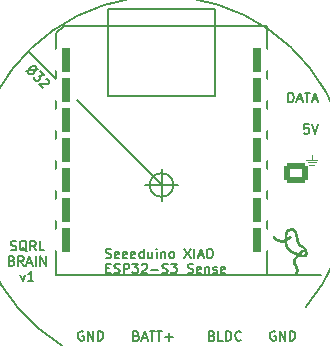
<source format=gto>
G04 #@! TF.GenerationSoftware,KiCad,Pcbnew,7.0.7*
G04 #@! TF.CreationDate,2024-01-02T23:05:42-05:00*
G04 #@! TF.ProjectId,squirrelbrain,73717569-7272-4656-9c62-7261696e2e6b,1*
G04 #@! TF.SameCoordinates,Original*
G04 #@! TF.FileFunction,Legend,Top*
G04 #@! TF.FilePolarity,Positive*
%FSLAX46Y46*%
G04 Gerber Fmt 4.6, Leading zero omitted, Abs format (unit mm)*
G04 Created by KiCad (PCBNEW 7.0.7) date 2024-01-02 23:05:42*
%MOMM*%
%LPD*%
G01*
G04 APERTURE LIST*
G04 Aperture macros list*
%AMRoundRect*
0 Rectangle with rounded corners*
0 $1 Rounding radius*
0 $2 $3 $4 $5 $6 $7 $8 $9 X,Y pos of 4 corners*
0 Add a 4 corners polygon primitive as box body*
4,1,4,$2,$3,$4,$5,$6,$7,$8,$9,$2,$3,0*
0 Add four circle primitives for the rounded corners*
1,1,$1+$1,$2,$3*
1,1,$1+$1,$4,$5*
1,1,$1+$1,$6,$7*
1,1,$1+$1,$8,$9*
0 Add four rect primitives between the rounded corners*
20,1,$1+$1,$2,$3,$4,$5,0*
20,1,$1+$1,$4,$5,$6,$7,0*
20,1,$1+$1,$6,$7,$8,$9,0*
20,1,$1+$1,$8,$9,$2,$3,0*%
G04 Aperture macros list end*
%ADD10C,0.150000*%
%ADD11C,0.127000*%
%ADD12O,1.700000X1.700000*%
%ADD13R,1.700000X1.700000*%
%ADD14RoundRect,1.000000X-0.375000X0.000000X0.375000X0.000000X0.375000X0.000000X-0.375000X0.000000X0*%
%ADD15R,3.800000X3.800000*%
%ADD16C,3.800000*%
%ADD17RoundRect,0.250000X0.725000X-0.600000X0.725000X0.600000X-0.725000X0.600000X-0.725000X-0.600000X0*%
%ADD18O,1.950000X1.700000*%
G04 APERTURE END LIST*
D10*
X58902500Y-57650000D02*
X63525000Y-57650000D01*
X48637500Y-50000001D02*
X51362500Y-50000001D01*
X50000000Y-48625000D02*
X50000000Y-51350000D01*
X51000000Y-50000001D02*
G75*
G03*
X51000000Y-50000001I-1000000J0D01*
G01*
X38725000Y-38675000D02*
X50000000Y-50000001D01*
X62200000Y-60350000D02*
G75*
G03*
X41574640Y-63600581I-12200000J10349999D01*
G01*
X39517181Y-40211322D02*
X38520497Y-40346009D01*
X38682121Y-40507633D02*
X38655184Y-40426821D01*
X38655184Y-40426821D02*
X38655184Y-40319072D01*
X38655184Y-40319072D02*
X38735996Y-40184385D01*
X38735996Y-40184385D02*
X38924558Y-39995823D01*
X38924558Y-39995823D02*
X39059245Y-39915011D01*
X39059245Y-39915011D02*
X39166995Y-39915011D01*
X39166995Y-39915011D02*
X39247807Y-39941948D01*
X39247807Y-39941948D02*
X39355557Y-40049698D01*
X39355557Y-40049698D02*
X39382494Y-40130510D01*
X39382494Y-40130510D02*
X39382494Y-40238259D01*
X39382494Y-40238259D02*
X39301682Y-40372946D01*
X39301682Y-40372946D02*
X39113120Y-40561508D01*
X39113120Y-40561508D02*
X38978433Y-40642320D01*
X38978433Y-40642320D02*
X38870683Y-40642320D01*
X38870683Y-40642320D02*
X38789871Y-40615383D01*
X38789871Y-40615383D02*
X38682121Y-40507633D01*
X39678805Y-40372946D02*
X40028991Y-40723132D01*
X40028991Y-40723132D02*
X39624930Y-40750070D01*
X39624930Y-40750070D02*
X39705743Y-40830882D01*
X39705743Y-40830882D02*
X39732680Y-40911694D01*
X39732680Y-40911694D02*
X39732680Y-40965569D01*
X39732680Y-40965569D02*
X39705743Y-41046381D01*
X39705743Y-41046381D02*
X39571056Y-41181068D01*
X39571056Y-41181068D02*
X39490243Y-41208006D01*
X39490243Y-41208006D02*
X39436369Y-41208006D01*
X39436369Y-41208006D02*
X39355556Y-41181068D01*
X39355556Y-41181068D02*
X39193932Y-41019444D01*
X39193932Y-41019444D02*
X39166995Y-40938632D01*
X39166995Y-40938632D02*
X39166995Y-40884757D01*
X40190616Y-40992507D02*
X40244491Y-40992507D01*
X40244491Y-40992507D02*
X40325303Y-41019444D01*
X40325303Y-41019444D02*
X40459990Y-41154131D01*
X40459990Y-41154131D02*
X40486927Y-41234943D01*
X40486927Y-41234943D02*
X40486927Y-41288818D01*
X40486927Y-41288818D02*
X40459990Y-41369630D01*
X40459990Y-41369630D02*
X40406115Y-41423505D01*
X40406115Y-41423505D02*
X40298366Y-41477380D01*
X40298366Y-41477380D02*
X39651868Y-41477380D01*
X39651868Y-41477380D02*
X40002054Y-41827566D01*
X37253571Y-55505200D02*
X37367857Y-55543295D01*
X37367857Y-55543295D02*
X37558333Y-55543295D01*
X37558333Y-55543295D02*
X37634524Y-55505200D01*
X37634524Y-55505200D02*
X37672619Y-55467104D01*
X37672619Y-55467104D02*
X37710714Y-55390914D01*
X37710714Y-55390914D02*
X37710714Y-55314723D01*
X37710714Y-55314723D02*
X37672619Y-55238533D01*
X37672619Y-55238533D02*
X37634524Y-55200438D01*
X37634524Y-55200438D02*
X37558333Y-55162342D01*
X37558333Y-55162342D02*
X37405952Y-55124247D01*
X37405952Y-55124247D02*
X37329762Y-55086152D01*
X37329762Y-55086152D02*
X37291667Y-55048057D01*
X37291667Y-55048057D02*
X37253571Y-54971866D01*
X37253571Y-54971866D02*
X37253571Y-54895676D01*
X37253571Y-54895676D02*
X37291667Y-54819485D01*
X37291667Y-54819485D02*
X37329762Y-54781390D01*
X37329762Y-54781390D02*
X37405952Y-54743295D01*
X37405952Y-54743295D02*
X37596429Y-54743295D01*
X37596429Y-54743295D02*
X37710714Y-54781390D01*
X38586905Y-55619485D02*
X38510715Y-55581390D01*
X38510715Y-55581390D02*
X38434524Y-55505200D01*
X38434524Y-55505200D02*
X38320238Y-55390914D01*
X38320238Y-55390914D02*
X38244048Y-55352819D01*
X38244048Y-55352819D02*
X38167857Y-55352819D01*
X38205953Y-55543295D02*
X38129762Y-55505200D01*
X38129762Y-55505200D02*
X38053572Y-55429009D01*
X38053572Y-55429009D02*
X38015476Y-55276628D01*
X38015476Y-55276628D02*
X38015476Y-55009961D01*
X38015476Y-55009961D02*
X38053572Y-54857580D01*
X38053572Y-54857580D02*
X38129762Y-54781390D01*
X38129762Y-54781390D02*
X38205953Y-54743295D01*
X38205953Y-54743295D02*
X38358334Y-54743295D01*
X38358334Y-54743295D02*
X38434524Y-54781390D01*
X38434524Y-54781390D02*
X38510715Y-54857580D01*
X38510715Y-54857580D02*
X38548810Y-55009961D01*
X38548810Y-55009961D02*
X38548810Y-55276628D01*
X38548810Y-55276628D02*
X38510715Y-55429009D01*
X38510715Y-55429009D02*
X38434524Y-55505200D01*
X38434524Y-55505200D02*
X38358334Y-55543295D01*
X38358334Y-55543295D02*
X38205953Y-55543295D01*
X39348810Y-55543295D02*
X39082143Y-55162342D01*
X38891667Y-55543295D02*
X38891667Y-54743295D01*
X38891667Y-54743295D02*
X39196429Y-54743295D01*
X39196429Y-54743295D02*
X39272619Y-54781390D01*
X39272619Y-54781390D02*
X39310714Y-54819485D01*
X39310714Y-54819485D02*
X39348810Y-54895676D01*
X39348810Y-54895676D02*
X39348810Y-55009961D01*
X39348810Y-55009961D02*
X39310714Y-55086152D01*
X39310714Y-55086152D02*
X39272619Y-55124247D01*
X39272619Y-55124247D02*
X39196429Y-55162342D01*
X39196429Y-55162342D02*
X38891667Y-55162342D01*
X40072619Y-55543295D02*
X39691667Y-55543295D01*
X39691667Y-55543295D02*
X39691667Y-54743295D01*
X37329762Y-56412247D02*
X37444048Y-56450342D01*
X37444048Y-56450342D02*
X37482143Y-56488438D01*
X37482143Y-56488438D02*
X37520239Y-56564628D01*
X37520239Y-56564628D02*
X37520239Y-56678914D01*
X37520239Y-56678914D02*
X37482143Y-56755104D01*
X37482143Y-56755104D02*
X37444048Y-56793200D01*
X37444048Y-56793200D02*
X37367858Y-56831295D01*
X37367858Y-56831295D02*
X37063096Y-56831295D01*
X37063096Y-56831295D02*
X37063096Y-56031295D01*
X37063096Y-56031295D02*
X37329762Y-56031295D01*
X37329762Y-56031295D02*
X37405953Y-56069390D01*
X37405953Y-56069390D02*
X37444048Y-56107485D01*
X37444048Y-56107485D02*
X37482143Y-56183676D01*
X37482143Y-56183676D02*
X37482143Y-56259866D01*
X37482143Y-56259866D02*
X37444048Y-56336057D01*
X37444048Y-56336057D02*
X37405953Y-56374152D01*
X37405953Y-56374152D02*
X37329762Y-56412247D01*
X37329762Y-56412247D02*
X37063096Y-56412247D01*
X38320239Y-56831295D02*
X38053572Y-56450342D01*
X37863096Y-56831295D02*
X37863096Y-56031295D01*
X37863096Y-56031295D02*
X38167858Y-56031295D01*
X38167858Y-56031295D02*
X38244048Y-56069390D01*
X38244048Y-56069390D02*
X38282143Y-56107485D01*
X38282143Y-56107485D02*
X38320239Y-56183676D01*
X38320239Y-56183676D02*
X38320239Y-56297961D01*
X38320239Y-56297961D02*
X38282143Y-56374152D01*
X38282143Y-56374152D02*
X38244048Y-56412247D01*
X38244048Y-56412247D02*
X38167858Y-56450342D01*
X38167858Y-56450342D02*
X37863096Y-56450342D01*
X38625000Y-56602723D02*
X39005953Y-56602723D01*
X38548810Y-56831295D02*
X38815477Y-56031295D01*
X38815477Y-56031295D02*
X39082143Y-56831295D01*
X39348810Y-56831295D02*
X39348810Y-56031295D01*
X39729762Y-56831295D02*
X39729762Y-56031295D01*
X39729762Y-56031295D02*
X40186905Y-56831295D01*
X40186905Y-56831295D02*
X40186905Y-56031295D01*
X38053571Y-57585961D02*
X38244047Y-58119295D01*
X38244047Y-58119295D02*
X38434524Y-57585961D01*
X39158333Y-58119295D02*
X38701190Y-58119295D01*
X38929762Y-58119295D02*
X38929762Y-57319295D01*
X38929762Y-57319295D02*
X38853571Y-57433580D01*
X38853571Y-57433580D02*
X38777381Y-57509771D01*
X38777381Y-57509771D02*
X38701190Y-57547866D01*
X43383207Y-62407390D02*
X43307017Y-62369295D01*
X43307017Y-62369295D02*
X43192731Y-62369295D01*
X43192731Y-62369295D02*
X43078445Y-62407390D01*
X43078445Y-62407390D02*
X43002255Y-62483580D01*
X43002255Y-62483580D02*
X42964160Y-62559771D01*
X42964160Y-62559771D02*
X42926064Y-62712152D01*
X42926064Y-62712152D02*
X42926064Y-62826438D01*
X42926064Y-62826438D02*
X42964160Y-62978819D01*
X42964160Y-62978819D02*
X43002255Y-63055009D01*
X43002255Y-63055009D02*
X43078445Y-63131200D01*
X43078445Y-63131200D02*
X43192731Y-63169295D01*
X43192731Y-63169295D02*
X43268922Y-63169295D01*
X43268922Y-63169295D02*
X43383207Y-63131200D01*
X43383207Y-63131200D02*
X43421303Y-63093104D01*
X43421303Y-63093104D02*
X43421303Y-62826438D01*
X43421303Y-62826438D02*
X43268922Y-62826438D01*
X43764160Y-63169295D02*
X43764160Y-62369295D01*
X43764160Y-62369295D02*
X44221303Y-63169295D01*
X44221303Y-63169295D02*
X44221303Y-62369295D01*
X44602255Y-63169295D02*
X44602255Y-62369295D01*
X44602255Y-62369295D02*
X44792731Y-62369295D01*
X44792731Y-62369295D02*
X44907017Y-62407390D01*
X44907017Y-62407390D02*
X44983207Y-62483580D01*
X44983207Y-62483580D02*
X45021302Y-62559771D01*
X45021302Y-62559771D02*
X45059398Y-62712152D01*
X45059398Y-62712152D02*
X45059398Y-62826438D01*
X45059398Y-62826438D02*
X45021302Y-62978819D01*
X45021302Y-62978819D02*
X44983207Y-63055009D01*
X44983207Y-63055009D02*
X44907017Y-63131200D01*
X44907017Y-63131200D02*
X44792731Y-63169295D01*
X44792731Y-63169295D02*
X44602255Y-63169295D01*
X54280826Y-62750247D02*
X54395112Y-62788342D01*
X54395112Y-62788342D02*
X54433207Y-62826438D01*
X54433207Y-62826438D02*
X54471303Y-62902628D01*
X54471303Y-62902628D02*
X54471303Y-63016914D01*
X54471303Y-63016914D02*
X54433207Y-63093104D01*
X54433207Y-63093104D02*
X54395112Y-63131200D01*
X54395112Y-63131200D02*
X54318922Y-63169295D01*
X54318922Y-63169295D02*
X54014160Y-63169295D01*
X54014160Y-63169295D02*
X54014160Y-62369295D01*
X54014160Y-62369295D02*
X54280826Y-62369295D01*
X54280826Y-62369295D02*
X54357017Y-62407390D01*
X54357017Y-62407390D02*
X54395112Y-62445485D01*
X54395112Y-62445485D02*
X54433207Y-62521676D01*
X54433207Y-62521676D02*
X54433207Y-62597866D01*
X54433207Y-62597866D02*
X54395112Y-62674057D01*
X54395112Y-62674057D02*
X54357017Y-62712152D01*
X54357017Y-62712152D02*
X54280826Y-62750247D01*
X54280826Y-62750247D02*
X54014160Y-62750247D01*
X55195112Y-63169295D02*
X54814160Y-63169295D01*
X54814160Y-63169295D02*
X54814160Y-62369295D01*
X55461779Y-63169295D02*
X55461779Y-62369295D01*
X55461779Y-62369295D02*
X55652255Y-62369295D01*
X55652255Y-62369295D02*
X55766541Y-62407390D01*
X55766541Y-62407390D02*
X55842731Y-62483580D01*
X55842731Y-62483580D02*
X55880826Y-62559771D01*
X55880826Y-62559771D02*
X55918922Y-62712152D01*
X55918922Y-62712152D02*
X55918922Y-62826438D01*
X55918922Y-62826438D02*
X55880826Y-62978819D01*
X55880826Y-62978819D02*
X55842731Y-63055009D01*
X55842731Y-63055009D02*
X55766541Y-63131200D01*
X55766541Y-63131200D02*
X55652255Y-63169295D01*
X55652255Y-63169295D02*
X55461779Y-63169295D01*
X56718922Y-63093104D02*
X56680826Y-63131200D01*
X56680826Y-63131200D02*
X56566541Y-63169295D01*
X56566541Y-63169295D02*
X56490350Y-63169295D01*
X56490350Y-63169295D02*
X56376064Y-63131200D01*
X56376064Y-63131200D02*
X56299874Y-63055009D01*
X56299874Y-63055009D02*
X56261779Y-62978819D01*
X56261779Y-62978819D02*
X56223683Y-62826438D01*
X56223683Y-62826438D02*
X56223683Y-62712152D01*
X56223683Y-62712152D02*
X56261779Y-62559771D01*
X56261779Y-62559771D02*
X56299874Y-62483580D01*
X56299874Y-62483580D02*
X56376064Y-62407390D01*
X56376064Y-62407390D02*
X56490350Y-62369295D01*
X56490350Y-62369295D02*
X56566541Y-62369295D01*
X56566541Y-62369295D02*
X56680826Y-62407390D01*
X56680826Y-62407390D02*
X56718922Y-62445485D01*
X47880826Y-62750247D02*
X47995112Y-62788342D01*
X47995112Y-62788342D02*
X48033207Y-62826438D01*
X48033207Y-62826438D02*
X48071303Y-62902628D01*
X48071303Y-62902628D02*
X48071303Y-63016914D01*
X48071303Y-63016914D02*
X48033207Y-63093104D01*
X48033207Y-63093104D02*
X47995112Y-63131200D01*
X47995112Y-63131200D02*
X47918922Y-63169295D01*
X47918922Y-63169295D02*
X47614160Y-63169295D01*
X47614160Y-63169295D02*
X47614160Y-62369295D01*
X47614160Y-62369295D02*
X47880826Y-62369295D01*
X47880826Y-62369295D02*
X47957017Y-62407390D01*
X47957017Y-62407390D02*
X47995112Y-62445485D01*
X47995112Y-62445485D02*
X48033207Y-62521676D01*
X48033207Y-62521676D02*
X48033207Y-62597866D01*
X48033207Y-62597866D02*
X47995112Y-62674057D01*
X47995112Y-62674057D02*
X47957017Y-62712152D01*
X47957017Y-62712152D02*
X47880826Y-62750247D01*
X47880826Y-62750247D02*
X47614160Y-62750247D01*
X48376064Y-62940723D02*
X48757017Y-62940723D01*
X48299874Y-63169295D02*
X48566541Y-62369295D01*
X48566541Y-62369295D02*
X48833207Y-63169295D01*
X48985588Y-62369295D02*
X49442731Y-62369295D01*
X49214159Y-63169295D02*
X49214159Y-62369295D01*
X49595112Y-62369295D02*
X50052255Y-62369295D01*
X49823683Y-63169295D02*
X49823683Y-62369295D01*
X50318922Y-62864533D02*
X50928446Y-62864533D01*
X50623684Y-63169295D02*
X50623684Y-62559771D01*
X59633207Y-62407390D02*
X59557017Y-62369295D01*
X59557017Y-62369295D02*
X59442731Y-62369295D01*
X59442731Y-62369295D02*
X59328445Y-62407390D01*
X59328445Y-62407390D02*
X59252255Y-62483580D01*
X59252255Y-62483580D02*
X59214160Y-62559771D01*
X59214160Y-62559771D02*
X59176064Y-62712152D01*
X59176064Y-62712152D02*
X59176064Y-62826438D01*
X59176064Y-62826438D02*
X59214160Y-62978819D01*
X59214160Y-62978819D02*
X59252255Y-63055009D01*
X59252255Y-63055009D02*
X59328445Y-63131200D01*
X59328445Y-63131200D02*
X59442731Y-63169295D01*
X59442731Y-63169295D02*
X59518922Y-63169295D01*
X59518922Y-63169295D02*
X59633207Y-63131200D01*
X59633207Y-63131200D02*
X59671303Y-63093104D01*
X59671303Y-63093104D02*
X59671303Y-62826438D01*
X59671303Y-62826438D02*
X59518922Y-62826438D01*
X60014160Y-63169295D02*
X60014160Y-62369295D01*
X60014160Y-62369295D02*
X60471303Y-63169295D01*
X60471303Y-63169295D02*
X60471303Y-62369295D01*
X60852255Y-63169295D02*
X60852255Y-62369295D01*
X60852255Y-62369295D02*
X61042731Y-62369295D01*
X61042731Y-62369295D02*
X61157017Y-62407390D01*
X61157017Y-62407390D02*
X61233207Y-62483580D01*
X61233207Y-62483580D02*
X61271302Y-62559771D01*
X61271302Y-62559771D02*
X61309398Y-62712152D01*
X61309398Y-62712152D02*
X61309398Y-62826438D01*
X61309398Y-62826438D02*
X61271302Y-62978819D01*
X61271302Y-62978819D02*
X61233207Y-63055009D01*
X61233207Y-63055009D02*
X61157017Y-63131200D01*
X61157017Y-63131200D02*
X61042731Y-63169295D01*
X61042731Y-63169295D02*
X60852255Y-63169295D01*
X62445112Y-44844295D02*
X62064160Y-44844295D01*
X62064160Y-44844295D02*
X62026064Y-45225247D01*
X62026064Y-45225247D02*
X62064160Y-45187152D01*
X62064160Y-45187152D02*
X62140350Y-45149057D01*
X62140350Y-45149057D02*
X62330826Y-45149057D01*
X62330826Y-45149057D02*
X62407017Y-45187152D01*
X62407017Y-45187152D02*
X62445112Y-45225247D01*
X62445112Y-45225247D02*
X62483207Y-45301438D01*
X62483207Y-45301438D02*
X62483207Y-45491914D01*
X62483207Y-45491914D02*
X62445112Y-45568104D01*
X62445112Y-45568104D02*
X62407017Y-45606200D01*
X62407017Y-45606200D02*
X62330826Y-45644295D01*
X62330826Y-45644295D02*
X62140350Y-45644295D01*
X62140350Y-45644295D02*
X62064160Y-45606200D01*
X62064160Y-45606200D02*
X62026064Y-45568104D01*
X62711779Y-44844295D02*
X62978446Y-45644295D01*
X62978446Y-45644295D02*
X63245112Y-44844295D01*
X60739160Y-42969295D02*
X60739160Y-42169295D01*
X60739160Y-42169295D02*
X60929636Y-42169295D01*
X60929636Y-42169295D02*
X61043922Y-42207390D01*
X61043922Y-42207390D02*
X61120112Y-42283580D01*
X61120112Y-42283580D02*
X61158207Y-42359771D01*
X61158207Y-42359771D02*
X61196303Y-42512152D01*
X61196303Y-42512152D02*
X61196303Y-42626438D01*
X61196303Y-42626438D02*
X61158207Y-42778819D01*
X61158207Y-42778819D02*
X61120112Y-42855009D01*
X61120112Y-42855009D02*
X61043922Y-42931200D01*
X61043922Y-42931200D02*
X60929636Y-42969295D01*
X60929636Y-42969295D02*
X60739160Y-42969295D01*
X61501064Y-42740723D02*
X61882017Y-42740723D01*
X61424874Y-42969295D02*
X61691541Y-42169295D01*
X61691541Y-42169295D02*
X61958207Y-42969295D01*
X62110588Y-42169295D02*
X62567731Y-42169295D01*
X62339159Y-42969295D02*
X62339159Y-42169295D01*
X62796302Y-42740723D02*
X63177255Y-42740723D01*
X62720112Y-42969295D02*
X62986779Y-42169295D01*
X62986779Y-42169295D02*
X63253445Y-42969295D01*
X45276064Y-56143200D02*
X45390350Y-56181295D01*
X45390350Y-56181295D02*
X45580826Y-56181295D01*
X45580826Y-56181295D02*
X45657017Y-56143200D01*
X45657017Y-56143200D02*
X45695112Y-56105104D01*
X45695112Y-56105104D02*
X45733207Y-56028914D01*
X45733207Y-56028914D02*
X45733207Y-55952723D01*
X45733207Y-55952723D02*
X45695112Y-55876533D01*
X45695112Y-55876533D02*
X45657017Y-55838438D01*
X45657017Y-55838438D02*
X45580826Y-55800342D01*
X45580826Y-55800342D02*
X45428445Y-55762247D01*
X45428445Y-55762247D02*
X45352255Y-55724152D01*
X45352255Y-55724152D02*
X45314160Y-55686057D01*
X45314160Y-55686057D02*
X45276064Y-55609866D01*
X45276064Y-55609866D02*
X45276064Y-55533676D01*
X45276064Y-55533676D02*
X45314160Y-55457485D01*
X45314160Y-55457485D02*
X45352255Y-55419390D01*
X45352255Y-55419390D02*
X45428445Y-55381295D01*
X45428445Y-55381295D02*
X45618922Y-55381295D01*
X45618922Y-55381295D02*
X45733207Y-55419390D01*
X46380827Y-56143200D02*
X46304636Y-56181295D01*
X46304636Y-56181295D02*
X46152255Y-56181295D01*
X46152255Y-56181295D02*
X46076065Y-56143200D01*
X46076065Y-56143200D02*
X46037969Y-56067009D01*
X46037969Y-56067009D02*
X46037969Y-55762247D01*
X46037969Y-55762247D02*
X46076065Y-55686057D01*
X46076065Y-55686057D02*
X46152255Y-55647961D01*
X46152255Y-55647961D02*
X46304636Y-55647961D01*
X46304636Y-55647961D02*
X46380827Y-55686057D01*
X46380827Y-55686057D02*
X46418922Y-55762247D01*
X46418922Y-55762247D02*
X46418922Y-55838438D01*
X46418922Y-55838438D02*
X46037969Y-55914628D01*
X47066541Y-56143200D02*
X46990350Y-56181295D01*
X46990350Y-56181295D02*
X46837969Y-56181295D01*
X46837969Y-56181295D02*
X46761779Y-56143200D01*
X46761779Y-56143200D02*
X46723683Y-56067009D01*
X46723683Y-56067009D02*
X46723683Y-55762247D01*
X46723683Y-55762247D02*
X46761779Y-55686057D01*
X46761779Y-55686057D02*
X46837969Y-55647961D01*
X46837969Y-55647961D02*
X46990350Y-55647961D01*
X46990350Y-55647961D02*
X47066541Y-55686057D01*
X47066541Y-55686057D02*
X47104636Y-55762247D01*
X47104636Y-55762247D02*
X47104636Y-55838438D01*
X47104636Y-55838438D02*
X46723683Y-55914628D01*
X47752255Y-56143200D02*
X47676064Y-56181295D01*
X47676064Y-56181295D02*
X47523683Y-56181295D01*
X47523683Y-56181295D02*
X47447493Y-56143200D01*
X47447493Y-56143200D02*
X47409397Y-56067009D01*
X47409397Y-56067009D02*
X47409397Y-55762247D01*
X47409397Y-55762247D02*
X47447493Y-55686057D01*
X47447493Y-55686057D02*
X47523683Y-55647961D01*
X47523683Y-55647961D02*
X47676064Y-55647961D01*
X47676064Y-55647961D02*
X47752255Y-55686057D01*
X47752255Y-55686057D02*
X47790350Y-55762247D01*
X47790350Y-55762247D02*
X47790350Y-55838438D01*
X47790350Y-55838438D02*
X47409397Y-55914628D01*
X48476064Y-56181295D02*
X48476064Y-55381295D01*
X48476064Y-56143200D02*
X48399873Y-56181295D01*
X48399873Y-56181295D02*
X48247492Y-56181295D01*
X48247492Y-56181295D02*
X48171302Y-56143200D01*
X48171302Y-56143200D02*
X48133207Y-56105104D01*
X48133207Y-56105104D02*
X48095111Y-56028914D01*
X48095111Y-56028914D02*
X48095111Y-55800342D01*
X48095111Y-55800342D02*
X48133207Y-55724152D01*
X48133207Y-55724152D02*
X48171302Y-55686057D01*
X48171302Y-55686057D02*
X48247492Y-55647961D01*
X48247492Y-55647961D02*
X48399873Y-55647961D01*
X48399873Y-55647961D02*
X48476064Y-55686057D01*
X49199874Y-55647961D02*
X49199874Y-56181295D01*
X48857017Y-55647961D02*
X48857017Y-56067009D01*
X48857017Y-56067009D02*
X48895112Y-56143200D01*
X48895112Y-56143200D02*
X48971302Y-56181295D01*
X48971302Y-56181295D02*
X49085588Y-56181295D01*
X49085588Y-56181295D02*
X49161779Y-56143200D01*
X49161779Y-56143200D02*
X49199874Y-56105104D01*
X49580827Y-56181295D02*
X49580827Y-55647961D01*
X49580827Y-55381295D02*
X49542731Y-55419390D01*
X49542731Y-55419390D02*
X49580827Y-55457485D01*
X49580827Y-55457485D02*
X49618922Y-55419390D01*
X49618922Y-55419390D02*
X49580827Y-55381295D01*
X49580827Y-55381295D02*
X49580827Y-55457485D01*
X49961779Y-55647961D02*
X49961779Y-56181295D01*
X49961779Y-55724152D02*
X49999874Y-55686057D01*
X49999874Y-55686057D02*
X50076064Y-55647961D01*
X50076064Y-55647961D02*
X50190350Y-55647961D01*
X50190350Y-55647961D02*
X50266541Y-55686057D01*
X50266541Y-55686057D02*
X50304636Y-55762247D01*
X50304636Y-55762247D02*
X50304636Y-56181295D01*
X50799874Y-56181295D02*
X50723684Y-56143200D01*
X50723684Y-56143200D02*
X50685589Y-56105104D01*
X50685589Y-56105104D02*
X50647493Y-56028914D01*
X50647493Y-56028914D02*
X50647493Y-55800342D01*
X50647493Y-55800342D02*
X50685589Y-55724152D01*
X50685589Y-55724152D02*
X50723684Y-55686057D01*
X50723684Y-55686057D02*
X50799874Y-55647961D01*
X50799874Y-55647961D02*
X50914160Y-55647961D01*
X50914160Y-55647961D02*
X50990351Y-55686057D01*
X50990351Y-55686057D02*
X51028446Y-55724152D01*
X51028446Y-55724152D02*
X51066541Y-55800342D01*
X51066541Y-55800342D02*
X51066541Y-56028914D01*
X51066541Y-56028914D02*
X51028446Y-56105104D01*
X51028446Y-56105104D02*
X50990351Y-56143200D01*
X50990351Y-56143200D02*
X50914160Y-56181295D01*
X50914160Y-56181295D02*
X50799874Y-56181295D01*
X51942732Y-55381295D02*
X52476066Y-56181295D01*
X52476066Y-55381295D02*
X51942732Y-56181295D01*
X52780828Y-56181295D02*
X52780828Y-55381295D01*
X53123684Y-55952723D02*
X53504637Y-55952723D01*
X53047494Y-56181295D02*
X53314161Y-55381295D01*
X53314161Y-55381295D02*
X53580827Y-56181295D01*
X53999875Y-55381295D02*
X54152256Y-55381295D01*
X54152256Y-55381295D02*
X54228446Y-55419390D01*
X54228446Y-55419390D02*
X54304637Y-55495580D01*
X54304637Y-55495580D02*
X54342732Y-55647961D01*
X54342732Y-55647961D02*
X54342732Y-55914628D01*
X54342732Y-55914628D02*
X54304637Y-56067009D01*
X54304637Y-56067009D02*
X54228446Y-56143200D01*
X54228446Y-56143200D02*
X54152256Y-56181295D01*
X54152256Y-56181295D02*
X53999875Y-56181295D01*
X53999875Y-56181295D02*
X53923684Y-56143200D01*
X53923684Y-56143200D02*
X53847494Y-56067009D01*
X53847494Y-56067009D02*
X53809398Y-55914628D01*
X53809398Y-55914628D02*
X53809398Y-55647961D01*
X53809398Y-55647961D02*
X53847494Y-55495580D01*
X53847494Y-55495580D02*
X53923684Y-55419390D01*
X53923684Y-55419390D02*
X53999875Y-55381295D01*
X45314160Y-57050247D02*
X45580826Y-57050247D01*
X45695112Y-57469295D02*
X45314160Y-57469295D01*
X45314160Y-57469295D02*
X45314160Y-56669295D01*
X45314160Y-56669295D02*
X45695112Y-56669295D01*
X45999874Y-57431200D02*
X46114160Y-57469295D01*
X46114160Y-57469295D02*
X46304636Y-57469295D01*
X46304636Y-57469295D02*
X46380827Y-57431200D01*
X46380827Y-57431200D02*
X46418922Y-57393104D01*
X46418922Y-57393104D02*
X46457017Y-57316914D01*
X46457017Y-57316914D02*
X46457017Y-57240723D01*
X46457017Y-57240723D02*
X46418922Y-57164533D01*
X46418922Y-57164533D02*
X46380827Y-57126438D01*
X46380827Y-57126438D02*
X46304636Y-57088342D01*
X46304636Y-57088342D02*
X46152255Y-57050247D01*
X46152255Y-57050247D02*
X46076065Y-57012152D01*
X46076065Y-57012152D02*
X46037970Y-56974057D01*
X46037970Y-56974057D02*
X45999874Y-56897866D01*
X45999874Y-56897866D02*
X45999874Y-56821676D01*
X45999874Y-56821676D02*
X46037970Y-56745485D01*
X46037970Y-56745485D02*
X46076065Y-56707390D01*
X46076065Y-56707390D02*
X46152255Y-56669295D01*
X46152255Y-56669295D02*
X46342732Y-56669295D01*
X46342732Y-56669295D02*
X46457017Y-56707390D01*
X46799875Y-57469295D02*
X46799875Y-56669295D01*
X46799875Y-56669295D02*
X47104637Y-56669295D01*
X47104637Y-56669295D02*
X47180827Y-56707390D01*
X47180827Y-56707390D02*
X47218922Y-56745485D01*
X47218922Y-56745485D02*
X47257018Y-56821676D01*
X47257018Y-56821676D02*
X47257018Y-56935961D01*
X47257018Y-56935961D02*
X47218922Y-57012152D01*
X47218922Y-57012152D02*
X47180827Y-57050247D01*
X47180827Y-57050247D02*
X47104637Y-57088342D01*
X47104637Y-57088342D02*
X46799875Y-57088342D01*
X47523684Y-56669295D02*
X48018922Y-56669295D01*
X48018922Y-56669295D02*
X47752256Y-56974057D01*
X47752256Y-56974057D02*
X47866541Y-56974057D01*
X47866541Y-56974057D02*
X47942732Y-57012152D01*
X47942732Y-57012152D02*
X47980827Y-57050247D01*
X47980827Y-57050247D02*
X48018922Y-57126438D01*
X48018922Y-57126438D02*
X48018922Y-57316914D01*
X48018922Y-57316914D02*
X47980827Y-57393104D01*
X47980827Y-57393104D02*
X47942732Y-57431200D01*
X47942732Y-57431200D02*
X47866541Y-57469295D01*
X47866541Y-57469295D02*
X47637970Y-57469295D01*
X47637970Y-57469295D02*
X47561779Y-57431200D01*
X47561779Y-57431200D02*
X47523684Y-57393104D01*
X48323684Y-56745485D02*
X48361780Y-56707390D01*
X48361780Y-56707390D02*
X48437970Y-56669295D01*
X48437970Y-56669295D02*
X48628446Y-56669295D01*
X48628446Y-56669295D02*
X48704637Y-56707390D01*
X48704637Y-56707390D02*
X48742732Y-56745485D01*
X48742732Y-56745485D02*
X48780827Y-56821676D01*
X48780827Y-56821676D02*
X48780827Y-56897866D01*
X48780827Y-56897866D02*
X48742732Y-57012152D01*
X48742732Y-57012152D02*
X48285589Y-57469295D01*
X48285589Y-57469295D02*
X48780827Y-57469295D01*
X49123685Y-57164533D02*
X49733209Y-57164533D01*
X50076065Y-57431200D02*
X50190351Y-57469295D01*
X50190351Y-57469295D02*
X50380827Y-57469295D01*
X50380827Y-57469295D02*
X50457018Y-57431200D01*
X50457018Y-57431200D02*
X50495113Y-57393104D01*
X50495113Y-57393104D02*
X50533208Y-57316914D01*
X50533208Y-57316914D02*
X50533208Y-57240723D01*
X50533208Y-57240723D02*
X50495113Y-57164533D01*
X50495113Y-57164533D02*
X50457018Y-57126438D01*
X50457018Y-57126438D02*
X50380827Y-57088342D01*
X50380827Y-57088342D02*
X50228446Y-57050247D01*
X50228446Y-57050247D02*
X50152256Y-57012152D01*
X50152256Y-57012152D02*
X50114161Y-56974057D01*
X50114161Y-56974057D02*
X50076065Y-56897866D01*
X50076065Y-56897866D02*
X50076065Y-56821676D01*
X50076065Y-56821676D02*
X50114161Y-56745485D01*
X50114161Y-56745485D02*
X50152256Y-56707390D01*
X50152256Y-56707390D02*
X50228446Y-56669295D01*
X50228446Y-56669295D02*
X50418923Y-56669295D01*
X50418923Y-56669295D02*
X50533208Y-56707390D01*
X50799875Y-56669295D02*
X51295113Y-56669295D01*
X51295113Y-56669295D02*
X51028447Y-56974057D01*
X51028447Y-56974057D02*
X51142732Y-56974057D01*
X51142732Y-56974057D02*
X51218923Y-57012152D01*
X51218923Y-57012152D02*
X51257018Y-57050247D01*
X51257018Y-57050247D02*
X51295113Y-57126438D01*
X51295113Y-57126438D02*
X51295113Y-57316914D01*
X51295113Y-57316914D02*
X51257018Y-57393104D01*
X51257018Y-57393104D02*
X51218923Y-57431200D01*
X51218923Y-57431200D02*
X51142732Y-57469295D01*
X51142732Y-57469295D02*
X50914161Y-57469295D01*
X50914161Y-57469295D02*
X50837970Y-57431200D01*
X50837970Y-57431200D02*
X50799875Y-57393104D01*
X52209399Y-57431200D02*
X52323685Y-57469295D01*
X52323685Y-57469295D02*
X52514161Y-57469295D01*
X52514161Y-57469295D02*
X52590352Y-57431200D01*
X52590352Y-57431200D02*
X52628447Y-57393104D01*
X52628447Y-57393104D02*
X52666542Y-57316914D01*
X52666542Y-57316914D02*
X52666542Y-57240723D01*
X52666542Y-57240723D02*
X52628447Y-57164533D01*
X52628447Y-57164533D02*
X52590352Y-57126438D01*
X52590352Y-57126438D02*
X52514161Y-57088342D01*
X52514161Y-57088342D02*
X52361780Y-57050247D01*
X52361780Y-57050247D02*
X52285590Y-57012152D01*
X52285590Y-57012152D02*
X52247495Y-56974057D01*
X52247495Y-56974057D02*
X52209399Y-56897866D01*
X52209399Y-56897866D02*
X52209399Y-56821676D01*
X52209399Y-56821676D02*
X52247495Y-56745485D01*
X52247495Y-56745485D02*
X52285590Y-56707390D01*
X52285590Y-56707390D02*
X52361780Y-56669295D01*
X52361780Y-56669295D02*
X52552257Y-56669295D01*
X52552257Y-56669295D02*
X52666542Y-56707390D01*
X53314162Y-57431200D02*
X53237971Y-57469295D01*
X53237971Y-57469295D02*
X53085590Y-57469295D01*
X53085590Y-57469295D02*
X53009400Y-57431200D01*
X53009400Y-57431200D02*
X52971304Y-57355009D01*
X52971304Y-57355009D02*
X52971304Y-57050247D01*
X52971304Y-57050247D02*
X53009400Y-56974057D01*
X53009400Y-56974057D02*
X53085590Y-56935961D01*
X53085590Y-56935961D02*
X53237971Y-56935961D01*
X53237971Y-56935961D02*
X53314162Y-56974057D01*
X53314162Y-56974057D02*
X53352257Y-57050247D01*
X53352257Y-57050247D02*
X53352257Y-57126438D01*
X53352257Y-57126438D02*
X52971304Y-57202628D01*
X53695114Y-56935961D02*
X53695114Y-57469295D01*
X53695114Y-57012152D02*
X53733209Y-56974057D01*
X53733209Y-56974057D02*
X53809399Y-56935961D01*
X53809399Y-56935961D02*
X53923685Y-56935961D01*
X53923685Y-56935961D02*
X53999876Y-56974057D01*
X53999876Y-56974057D02*
X54037971Y-57050247D01*
X54037971Y-57050247D02*
X54037971Y-57469295D01*
X54380828Y-57431200D02*
X54457019Y-57469295D01*
X54457019Y-57469295D02*
X54609400Y-57469295D01*
X54609400Y-57469295D02*
X54685590Y-57431200D01*
X54685590Y-57431200D02*
X54723686Y-57355009D01*
X54723686Y-57355009D02*
X54723686Y-57316914D01*
X54723686Y-57316914D02*
X54685590Y-57240723D01*
X54685590Y-57240723D02*
X54609400Y-57202628D01*
X54609400Y-57202628D02*
X54495114Y-57202628D01*
X54495114Y-57202628D02*
X54418924Y-57164533D01*
X54418924Y-57164533D02*
X54380828Y-57088342D01*
X54380828Y-57088342D02*
X54380828Y-57050247D01*
X54380828Y-57050247D02*
X54418924Y-56974057D01*
X54418924Y-56974057D02*
X54495114Y-56935961D01*
X54495114Y-56935961D02*
X54609400Y-56935961D01*
X54609400Y-56935961D02*
X54685590Y-56974057D01*
X55371305Y-57431200D02*
X55295114Y-57469295D01*
X55295114Y-57469295D02*
X55142733Y-57469295D01*
X55142733Y-57469295D02*
X55066543Y-57431200D01*
X55066543Y-57431200D02*
X55028447Y-57355009D01*
X55028447Y-57355009D02*
X55028447Y-57050247D01*
X55028447Y-57050247D02*
X55066543Y-56974057D01*
X55066543Y-56974057D02*
X55142733Y-56935961D01*
X55142733Y-56935961D02*
X55295114Y-56935961D01*
X55295114Y-56935961D02*
X55371305Y-56974057D01*
X55371305Y-56974057D02*
X55409400Y-57050247D01*
X55409400Y-57050247D02*
X55409400Y-57126438D01*
X55409400Y-57126438D02*
X55028447Y-57202628D01*
G36*
X62730345Y-48291580D02*
G01*
X62763639Y-48291773D01*
X62814069Y-48292161D01*
X62856150Y-48292596D01*
X62890627Y-48293104D01*
X62918244Y-48293712D01*
X62939745Y-48294447D01*
X62955873Y-48295337D01*
X62967374Y-48296409D01*
X62974991Y-48297688D01*
X62979469Y-48299203D01*
X62980194Y-48299628D01*
X62994819Y-48314215D01*
X63002546Y-48332490D01*
X63003195Y-48352134D01*
X62996589Y-48370825D01*
X62986615Y-48382956D01*
X62972624Y-48395456D01*
X62753213Y-48395456D01*
X62702116Y-48395427D01*
X62659344Y-48395323D01*
X62624127Y-48395121D01*
X62595698Y-48394798D01*
X62573288Y-48394328D01*
X62556129Y-48393690D01*
X62543452Y-48392858D01*
X62534490Y-48391809D01*
X62528474Y-48390520D01*
X62524635Y-48388967D01*
X62523672Y-48388362D01*
X62510823Y-48374646D01*
X62502270Y-48356322D01*
X62499955Y-48341485D01*
X62504028Y-48325954D01*
X62514751Y-48311111D01*
X62529882Y-48299540D01*
X62540070Y-48295264D01*
X62549592Y-48293907D01*
X62567923Y-48292849D01*
X62595114Y-48292088D01*
X62631214Y-48291623D01*
X62676274Y-48291454D01*
X62730345Y-48291580D01*
G37*
G36*
X63123859Y-48090538D02*
G01*
X63132900Y-48099777D01*
X63137296Y-48108882D01*
X63138652Y-48121822D01*
X63138706Y-48127274D01*
X63137971Y-48142225D01*
X63134696Y-48152101D01*
X63127277Y-48160872D01*
X63123859Y-48164011D01*
X63109012Y-48177274D01*
X62752273Y-48177274D01*
X62395535Y-48177274D01*
X62380688Y-48164011D01*
X62368788Y-48147867D01*
X62364370Y-48129029D01*
X62367433Y-48109966D01*
X62377977Y-48093151D01*
X62380688Y-48090538D01*
X62395535Y-48077274D01*
X62752273Y-48077274D01*
X63109012Y-48077274D01*
X63123859Y-48090538D01*
G37*
G36*
X62779371Y-47412592D02*
G01*
X62793841Y-47426367D01*
X62794244Y-47426957D01*
X62804555Y-47442255D01*
X62804555Y-47650674D01*
X62804555Y-47859092D01*
X63020958Y-47859092D01*
X63237360Y-47859092D01*
X63252817Y-47874547D01*
X63263322Y-47887128D01*
X63267753Y-47899141D01*
X63268275Y-47906800D01*
X63264572Y-47927316D01*
X63254497Y-47944699D01*
X63241382Y-47955296D01*
X63234787Y-47956381D01*
X63219838Y-47957389D01*
X63197275Y-47958321D01*
X63167838Y-47959174D01*
X63132266Y-47959947D01*
X63091297Y-47960638D01*
X63045671Y-47961247D01*
X62996128Y-47961772D01*
X62943406Y-47962211D01*
X62888244Y-47962564D01*
X62831383Y-47962828D01*
X62773561Y-47963003D01*
X62715516Y-47963087D01*
X62657990Y-47963079D01*
X62601720Y-47962977D01*
X62547446Y-47962780D01*
X62495907Y-47962487D01*
X62447842Y-47962096D01*
X62403991Y-47961606D01*
X62365092Y-47961016D01*
X62331886Y-47960324D01*
X62305111Y-47959528D01*
X62285506Y-47958629D01*
X62273810Y-47957623D01*
X62271167Y-47957083D01*
X62259994Y-47952818D01*
X62253298Y-47949782D01*
X62252611Y-47949284D01*
X62241388Y-47931248D01*
X62236647Y-47914563D01*
X62236272Y-47907626D01*
X62237964Y-47894134D01*
X62244318Y-47882696D01*
X62251729Y-47874547D01*
X62267186Y-47859092D01*
X62483589Y-47859092D01*
X62699991Y-47859092D01*
X62699991Y-47650674D01*
X62699991Y-47442255D01*
X62710373Y-47426810D01*
X62724637Y-47412849D01*
X62742443Y-47405828D01*
X62761463Y-47405744D01*
X62779371Y-47412592D01*
G37*
G36*
X61087354Y-53658302D02*
G01*
X61098636Y-53659968D01*
X61115578Y-53662682D01*
X61133308Y-53665437D01*
X61146895Y-53667477D01*
X61166707Y-53671477D01*
X61185303Y-53677932D01*
X61205212Y-53687821D01*
X61216678Y-53694497D01*
X61229575Y-53701565D01*
X61246106Y-53709636D01*
X61263245Y-53717253D01*
X61267824Y-53719139D01*
X61282838Y-53725528D01*
X61296452Y-53731916D01*
X61306502Y-53737265D01*
X61309151Y-53738960D01*
X61315092Y-53744627D01*
X61324340Y-53755223D01*
X61336202Y-53769807D01*
X61349983Y-53787436D01*
X61364992Y-53807169D01*
X61380534Y-53828063D01*
X61395915Y-53849177D01*
X61410443Y-53869568D01*
X61423423Y-53888294D01*
X61434162Y-53904414D01*
X61441968Y-53916985D01*
X61446128Y-53925022D01*
X61448761Y-53931754D01*
X61453479Y-53943790D01*
X61459769Y-53959819D01*
X61467116Y-53978533D01*
X61473617Y-53995082D01*
X61481501Y-54015669D01*
X61488656Y-54035323D01*
X61494563Y-54052545D01*
X61498704Y-54065838D01*
X61500363Y-54072444D01*
X61502963Y-54084094D01*
X61505741Y-54093514D01*
X61506988Y-54096524D01*
X61509085Y-54103191D01*
X61511266Y-54114299D01*
X61512758Y-54125007D01*
X61515519Y-54139354D01*
X61520622Y-54157368D01*
X61527273Y-54176342D01*
X61529464Y-54181847D01*
X61543937Y-54219519D01*
X61555811Y-54256205D01*
X61565715Y-54294192D01*
X61574278Y-54335767D01*
X61578513Y-54360197D01*
X61582418Y-54383852D01*
X61586319Y-54407239D01*
X61589925Y-54428638D01*
X61592948Y-54446331D01*
X61594970Y-54457890D01*
X61597807Y-54475275D01*
X61600769Y-54495881D01*
X61603308Y-54515854D01*
X61603786Y-54520057D01*
X61609152Y-54567098D01*
X61614201Y-54607820D01*
X61619089Y-54642996D01*
X61623974Y-54673397D01*
X61629014Y-54699793D01*
X61634366Y-54722957D01*
X61640187Y-54743659D01*
X61646635Y-54762671D01*
X61653867Y-54780763D01*
X61659621Y-54793596D01*
X61667393Y-54810677D01*
X61675032Y-54828191D01*
X61681354Y-54843395D01*
X61683616Y-54849183D01*
X61699324Y-54886616D01*
X61715658Y-54917430D01*
X61730375Y-54938780D01*
X61739887Y-54949941D01*
X61751989Y-54963036D01*
X61765503Y-54976912D01*
X61779248Y-54990415D01*
X61792043Y-55002391D01*
X61802709Y-55011688D01*
X61810064Y-55017152D01*
X61811203Y-55017764D01*
X61825168Y-55025239D01*
X61840891Y-55035794D01*
X61859684Y-55050339D01*
X61867058Y-55056397D01*
X61891436Y-55075978D01*
X61915787Y-55094286D01*
X61938961Y-55110529D01*
X61959806Y-55123916D01*
X61977170Y-55133656D01*
X61984172Y-55136905D01*
X62005163Y-55145840D01*
X62021067Y-55153127D01*
X62033445Y-55159620D01*
X62043860Y-55166173D01*
X62053872Y-55173642D01*
X62059171Y-55177949D01*
X62069383Y-55186162D01*
X62077496Y-55192233D01*
X62081979Y-55195024D01*
X62082262Y-55195091D01*
X62086154Y-55197282D01*
X62093339Y-55202797D01*
X62098174Y-55206886D01*
X62108352Y-55215688D01*
X62120841Y-55226375D01*
X62130146Y-55234271D01*
X62140114Y-55243318D01*
X62153019Y-55255923D01*
X62167093Y-55270319D01*
X62178881Y-55282897D01*
X62191819Y-55297021D01*
X62201205Y-55307329D01*
X62208274Y-55315261D01*
X62214257Y-55322256D01*
X62220387Y-55329753D01*
X62227895Y-55339191D01*
X62237477Y-55351330D01*
X62246829Y-55362951D01*
X62254657Y-55372263D01*
X62259858Y-55377975D01*
X62261214Y-55379120D01*
X62264256Y-55382576D01*
X62269563Y-55390485D01*
X62275573Y-55400435D01*
X62282190Y-55411819D01*
X62287780Y-55421327D01*
X62290784Y-55426326D01*
X62307288Y-55455576D01*
X62321314Y-55486468D01*
X62333015Y-55519737D01*
X62342549Y-55556116D01*
X62350072Y-55596341D01*
X62355740Y-55641144D01*
X62359709Y-55691261D01*
X62362135Y-55747424D01*
X62362541Y-55763491D01*
X62363137Y-55792381D01*
X62363476Y-55815352D01*
X62363504Y-55833588D01*
X62363169Y-55848272D01*
X62362419Y-55860587D01*
X62361200Y-55871716D01*
X62359461Y-55882844D01*
X62357149Y-55895152D01*
X62356549Y-55898182D01*
X62349110Y-55930051D01*
X62340685Y-55955507D01*
X62331027Y-55975205D01*
X62323631Y-55985643D01*
X62316133Y-55995457D01*
X62308048Y-56007176D01*
X62305860Y-56010588D01*
X62297265Y-56022443D01*
X62286925Y-56034280D01*
X62283953Y-56037231D01*
X62272833Y-56046107D01*
X62257128Y-56056491D01*
X62238596Y-56067436D01*
X62218990Y-56077992D01*
X62200065Y-56087212D01*
X62183576Y-56094147D01*
X62172097Y-56097688D01*
X62157586Y-56101040D01*
X62143076Y-56104883D01*
X62137016Y-56106697D01*
X62125225Y-56109773D01*
X62114523Y-56111478D01*
X62112149Y-56111596D01*
X62103253Y-56112544D01*
X62090933Y-56114928D01*
X62082965Y-56116883D01*
X62072840Y-56118589D01*
X62057202Y-56119992D01*
X62037429Y-56121079D01*
X62014902Y-56121837D01*
X61990998Y-56122255D01*
X61967098Y-56122319D01*
X61944580Y-56122016D01*
X61924823Y-56121336D01*
X61909207Y-56120265D01*
X61899111Y-56118790D01*
X61898215Y-56118550D01*
X61885833Y-56115427D01*
X61868527Y-56111751D01*
X61848418Y-56107909D01*
X61827625Y-56104285D01*
X61808267Y-56101266D01*
X61792463Y-56099238D01*
X61791665Y-56099155D01*
X61744690Y-56091705D01*
X61702087Y-56079274D01*
X61688012Y-56073693D01*
X61669212Y-56065704D01*
X61655857Y-56060143D01*
X61646849Y-56056677D01*
X61641086Y-56054972D01*
X61637468Y-56054695D01*
X61634896Y-56055510D01*
X61632602Y-56056881D01*
X61627710Y-56061145D01*
X61619634Y-56069463D01*
X61609719Y-56080417D01*
X61604013Y-56087002D01*
X61590882Y-56102451D01*
X61575415Y-56120749D01*
X61558194Y-56141195D01*
X61539808Y-56163087D01*
X61520840Y-56185723D01*
X61501876Y-56208403D01*
X61483502Y-56230423D01*
X61466303Y-56251083D01*
X61450866Y-56269682D01*
X61437775Y-56285517D01*
X61427615Y-56297887D01*
X61420974Y-56306090D01*
X61418577Y-56309195D01*
X61412952Y-56316525D01*
X61404879Y-56326087D01*
X61400799Y-56330662D01*
X61392448Y-56340175D01*
X61385383Y-56348806D01*
X61383117Y-56351845D01*
X61378692Y-56357610D01*
X61370844Y-56367304D01*
X61360772Y-56379461D01*
X61352049Y-56389822D01*
X61341663Y-56402599D01*
X61333282Y-56413919D01*
X61327860Y-56422423D01*
X61326294Y-56426395D01*
X61327539Y-56431883D01*
X61330945Y-56442531D01*
X61336025Y-56456907D01*
X61342286Y-56473581D01*
X61343701Y-56477229D01*
X61351085Y-56496518D01*
X61358326Y-56516049D01*
X61364593Y-56533543D01*
X61369053Y-56546721D01*
X61369055Y-56546729D01*
X61376720Y-56570258D01*
X61383762Y-56590644D01*
X61390871Y-56609615D01*
X61398738Y-56628897D01*
X61408054Y-56650218D01*
X61419509Y-56675305D01*
X61426246Y-56689783D01*
X61432279Y-56702855D01*
X61436962Y-56713303D01*
X61439616Y-56719605D01*
X61439972Y-56720719D01*
X61441404Y-56724359D01*
X61445292Y-56733063D01*
X61451027Y-56745490D01*
X61457304Y-56758840D01*
X61478581Y-56804167D01*
X61497914Y-56846261D01*
X61515019Y-56884476D01*
X61529610Y-56918167D01*
X61541400Y-56946689D01*
X61548175Y-56964141D01*
X61552291Y-56974521D01*
X61557844Y-56987746D01*
X61561493Y-56996113D01*
X61570439Y-57016663D01*
X61576755Y-57032243D01*
X61580963Y-57044252D01*
X61583587Y-57054088D01*
X61584083Y-57056505D01*
X61586136Y-57064808D01*
X61589903Y-57077970D01*
X61594830Y-57094115D01*
X61599846Y-57109792D01*
X61611028Y-57145128D01*
X61619497Y-57175002D01*
X61625356Y-57200472D01*
X61628709Y-57222599D01*
X61629657Y-57242441D01*
X61628305Y-57261060D01*
X61624756Y-57279515D01*
X61619113Y-57298865D01*
X61618444Y-57300870D01*
X61602656Y-57340365D01*
X61580970Y-57382838D01*
X61553680Y-57427778D01*
X61521076Y-57474678D01*
X61511021Y-57488109D01*
X61490755Y-57512491D01*
X61471406Y-57530630D01*
X61451975Y-57543124D01*
X61431463Y-57550571D01*
X61408871Y-57553570D01*
X61401467Y-57553692D01*
X61386965Y-57552887D01*
X61373407Y-57550956D01*
X61365371Y-57548853D01*
X61350520Y-57543013D01*
X61340194Y-57538035D01*
X61332173Y-57532557D01*
X61324233Y-57525217D01*
X61320449Y-57521314D01*
X61303163Y-57499174D01*
X61292175Y-57475060D01*
X61287822Y-57456269D01*
X61286135Y-57437138D01*
X61287720Y-57419280D01*
X61293038Y-57401385D01*
X61302550Y-57382143D01*
X61316717Y-57360243D01*
X61326267Y-57347117D01*
X61342519Y-57325312D01*
X61354879Y-57308499D01*
X61363793Y-57296049D01*
X61369712Y-57287331D01*
X61373082Y-57281715D01*
X61373767Y-57280309D01*
X61376833Y-57274197D01*
X61381966Y-57264683D01*
X61384955Y-57259324D01*
X61390146Y-57248722D01*
X61393324Y-57239529D01*
X61393791Y-57236363D01*
X61392618Y-57228709D01*
X61389338Y-57215489D01*
X61384310Y-57197800D01*
X61377890Y-57176740D01*
X61370436Y-57153406D01*
X61362305Y-57128897D01*
X61353857Y-57104310D01*
X61345447Y-57080742D01*
X61337434Y-57059291D01*
X61330175Y-57041054D01*
X61330050Y-57040752D01*
X61321711Y-57021161D01*
X61310762Y-56996107D01*
X61297637Y-56966550D01*
X61282769Y-56933447D01*
X61266589Y-56897757D01*
X61249531Y-56860439D01*
X61232027Y-56822451D01*
X61214509Y-56784750D01*
X61213677Y-56782967D01*
X61190584Y-56731436D01*
X61170938Y-56682895D01*
X61153719Y-56634808D01*
X61151749Y-56628893D01*
X61144371Y-56607085D01*
X61136371Y-56584299D01*
X61128604Y-56562923D01*
X61121925Y-56545342D01*
X61120542Y-56541858D01*
X61111590Y-56518864D01*
X61103193Y-56495954D01*
X61095904Y-56474738D01*
X61090275Y-56456824D01*
X61086860Y-56443824D01*
X61086835Y-56443708D01*
X61086353Y-56436101D01*
X61086694Y-56423237D01*
X61087772Y-56406904D01*
X61089498Y-56388891D01*
X61089525Y-56388645D01*
X61092862Y-56363494D01*
X61097093Y-56343609D01*
X61103013Y-56327149D01*
X61111417Y-56312276D01*
X61123101Y-56297150D01*
X61134591Y-56284432D01*
X61146455Y-56271458D01*
X61160940Y-56255087D01*
X61176191Y-56237441D01*
X61190007Y-56221058D01*
X61200918Y-56207916D01*
X61214402Y-56191675D01*
X61229689Y-56173259D01*
X61246010Y-56153597D01*
X61262596Y-56133615D01*
X61278677Y-56114241D01*
X61293484Y-56096401D01*
X61306246Y-56081022D01*
X61316196Y-56069032D01*
X61322563Y-56061358D01*
X61323478Y-56060254D01*
X61343293Y-56036365D01*
X61359098Y-56017336D01*
X61371410Y-56002550D01*
X61380745Y-55991391D01*
X61387619Y-55983242D01*
X61392548Y-55977486D01*
X61396048Y-55973506D01*
X61396455Y-55973054D01*
X61402583Y-55965582D01*
X61403982Y-55960922D01*
X61401085Y-55957008D01*
X61400007Y-55956116D01*
X61392981Y-55951956D01*
X61380499Y-55946025D01*
X61363830Y-55938846D01*
X61344243Y-55930940D01*
X61323006Y-55922830D01*
X61301388Y-55915038D01*
X61293979Y-55912486D01*
X61249192Y-55895859D01*
X61209797Y-55878085D01*
X61174086Y-55858348D01*
X61154334Y-55845641D01*
X61139633Y-55835767D01*
X61128365Y-55828525D01*
X61118129Y-55822487D01*
X61106525Y-55816228D01*
X61093933Y-55809738D01*
X61080604Y-55803266D01*
X61069141Y-55798311D01*
X61061377Y-55795641D01*
X61059731Y-55795386D01*
X61050800Y-55793660D01*
X61037695Y-55789055D01*
X61022284Y-55782430D01*
X61006434Y-55774643D01*
X60992014Y-55766555D01*
X60981195Y-55759262D01*
X60973004Y-55753261D01*
X60967193Y-55749663D01*
X60965902Y-55749204D01*
X60962069Y-55747397D01*
X60953763Y-55742553D01*
X60942449Y-55735544D01*
X60936217Y-55731562D01*
X60908302Y-55713177D01*
X60882421Y-55695262D01*
X60857775Y-55677135D01*
X60833566Y-55658119D01*
X60808995Y-55637534D01*
X60783264Y-55614702D01*
X60755573Y-55588943D01*
X60725124Y-55559578D01*
X60691118Y-55525927D01*
X60673205Y-55507961D01*
X60653381Y-55487606D01*
X60634265Y-55467230D01*
X60616487Y-55447571D01*
X60600676Y-55429368D01*
X60587460Y-55413360D01*
X60577471Y-55400286D01*
X60571336Y-55390884D01*
X60569623Y-55386360D01*
X60567934Y-55382366D01*
X60563431Y-55373857D01*
X60556960Y-55362410D01*
X60554294Y-55357840D01*
X60538630Y-55329791D01*
X60522838Y-55298921D01*
X60507676Y-55266910D01*
X60493902Y-55235436D01*
X60482274Y-55206178D01*
X60473549Y-55180814D01*
X60471969Y-55175484D01*
X60468205Y-55163093D01*
X60464672Y-55152807D01*
X60462616Y-55147874D01*
X60454842Y-55130254D01*
X60447887Y-55108523D01*
X60441498Y-55081742D01*
X60435423Y-55048968D01*
X60434329Y-55042267D01*
X60431703Y-55026864D01*
X60428816Y-55011352D01*
X60426986Y-55002363D01*
X60425301Y-54992473D01*
X60423292Y-54977424D01*
X60421191Y-54959140D01*
X60419234Y-54939544D01*
X60418950Y-54936417D01*
X60417169Y-54918234D01*
X60415336Y-54902458D01*
X60413636Y-54890512D01*
X60412258Y-54883819D01*
X60411949Y-54883070D01*
X60409195Y-54880161D01*
X60405020Y-54879427D01*
X60398345Y-54881205D01*
X60388091Y-54885830D01*
X60373181Y-54893637D01*
X60366778Y-54897121D01*
X60343322Y-54909879D01*
X60324967Y-54919595D01*
X60310621Y-54926709D01*
X60299191Y-54931662D01*
X60289586Y-54934894D01*
X60280712Y-54936843D01*
X60271477Y-54937951D01*
X60264112Y-54938467D01*
X60254118Y-54938907D01*
X60245344Y-54938714D01*
X60236424Y-54937593D01*
X60225991Y-54935249D01*
X60212679Y-54931387D01*
X60195122Y-54925711D01*
X60177079Y-54919659D01*
X60155383Y-54912149D01*
X60134021Y-54904428D01*
X60114738Y-54897149D01*
X60099278Y-54890966D01*
X60091820Y-54887713D01*
X60075988Y-54880349D01*
X60057479Y-54871727D01*
X60040055Y-54863600D01*
X60038532Y-54862889D01*
X60023602Y-54856144D01*
X60009245Y-54850042D01*
X59998029Y-54845665D01*
X59995902Y-54844929D01*
X59984235Y-54840865D01*
X59970053Y-54835638D01*
X59962154Y-54832610D01*
X59947922Y-54827330D01*
X59933334Y-54822343D01*
X59926630Y-54820244D01*
X59914225Y-54816431D01*
X59902737Y-54812678D01*
X59899986Y-54811724D01*
X59885394Y-54806733D01*
X59868068Y-54801092D01*
X59850179Y-54795479D01*
X59833898Y-54790571D01*
X59821399Y-54787045D01*
X59818280Y-54786253D01*
X59805323Y-54782581D01*
X59792709Y-54778192D01*
X59791637Y-54777762D01*
X59782908Y-54774270D01*
X59769713Y-54769071D01*
X59754215Y-54763016D01*
X59745455Y-54759614D01*
X59730138Y-54753575D01*
X59723582Y-54750899D01*
X60640672Y-54750899D01*
X60640733Y-54789122D01*
X60641146Y-54809864D01*
X60642197Y-54832659D01*
X60643692Y-54853718D01*
X60644401Y-54861092D01*
X60646496Y-54881083D01*
X60648826Y-54903918D01*
X60650960Y-54925367D01*
X60651404Y-54929931D01*
X60658295Y-54981521D01*
X60668510Y-55029355D01*
X60681755Y-55072076D01*
X60682801Y-55074874D01*
X60688793Y-55091220D01*
X60694014Y-55106400D01*
X60697793Y-55118410D01*
X60699245Y-55123974D01*
X60702348Y-55134066D01*
X60707633Y-55146953D01*
X60711973Y-55155946D01*
X60717732Y-55167307D01*
X60725411Y-55182850D01*
X60733908Y-55200326D01*
X60740418Y-55213906D01*
X60749808Y-55232654D01*
X60759777Y-55250306D01*
X60770884Y-55267526D01*
X60783691Y-55284977D01*
X60798759Y-55303321D01*
X60816649Y-55323223D01*
X60837922Y-55345344D01*
X60863140Y-55370347D01*
X60892863Y-55398897D01*
X60913283Y-55418184D01*
X60943017Y-55445649D01*
X60969492Y-55468919D01*
X60994162Y-55489120D01*
X61018481Y-55507373D01*
X61043900Y-55524804D01*
X61071874Y-55542535D01*
X61082261Y-55548853D01*
X61094120Y-55556048D01*
X61105307Y-55562905D01*
X61109934Y-55565774D01*
X61120558Y-55570935D01*
X61133171Y-55575169D01*
X61135491Y-55575733D01*
X61148170Y-55579743D01*
X61165404Y-55586869D01*
X61185768Y-55596387D01*
X61207837Y-55607572D01*
X61230189Y-55619702D01*
X61251399Y-55632053D01*
X61270042Y-55643902D01*
X61271231Y-55644705D01*
X61286957Y-55655071D01*
X61301482Y-55663805D01*
X61316193Y-55671545D01*
X61332475Y-55678931D01*
X61351715Y-55686602D01*
X61375299Y-55695199D01*
X61397343Y-55702868D01*
X61414149Y-55708754D01*
X61428601Y-55714028D01*
X61439323Y-55718171D01*
X61444937Y-55720665D01*
X61445301Y-55720900D01*
X61449968Y-55723379D01*
X61459595Y-55727766D01*
X61472547Y-55733329D01*
X61480825Y-55736761D01*
X61495867Y-55742992D01*
X61509439Y-55748748D01*
X61519489Y-55753153D01*
X61522531Y-55754564D01*
X61533723Y-55758988D01*
X61542917Y-55761621D01*
X61551101Y-55764266D01*
X61555596Y-55767240D01*
X61560490Y-55770082D01*
X61563860Y-55770519D01*
X61567521Y-55768087D01*
X61575722Y-55761097D01*
X61587972Y-55750013D01*
X61603782Y-55735295D01*
X61622661Y-55717406D01*
X61644122Y-55696808D01*
X61667672Y-55673962D01*
X61692824Y-55649330D01*
X61703084Y-55639218D01*
X61733153Y-55609575D01*
X61758675Y-55584535D01*
X61780118Y-55563670D01*
X61797949Y-55546553D01*
X61812638Y-55532755D01*
X61824654Y-55521848D01*
X61834463Y-55513404D01*
X61842536Y-55506995D01*
X61849340Y-55502193D01*
X61855344Y-55498569D01*
X61859161Y-55496583D01*
X61885337Y-55487452D01*
X61911984Y-55485154D01*
X61938279Y-55489536D01*
X61963402Y-55500445D01*
X61986529Y-55517727D01*
X61989864Y-55520949D01*
X62005182Y-55539793D01*
X62015257Y-55561092D01*
X62020719Y-55586356D01*
X62021703Y-55597106D01*
X62022225Y-55607641D01*
X62022118Y-55617231D01*
X62021028Y-55626340D01*
X62018603Y-55635427D01*
X62014488Y-55644956D01*
X62008329Y-55655388D01*
X61999774Y-55667185D01*
X61988469Y-55680809D01*
X61974059Y-55696721D01*
X61956191Y-55715383D01*
X61934513Y-55737258D01*
X61908669Y-55762806D01*
X61878307Y-55792491D01*
X61853943Y-55816204D01*
X61835923Y-55834061D01*
X61823103Y-55847551D01*
X61815273Y-55856914D01*
X61812225Y-55862391D01*
X61812487Y-55863811D01*
X61817833Y-55866613D01*
X61828547Y-55869421D01*
X61845134Y-55872333D01*
X61868102Y-55875447D01*
X61879570Y-55876815D01*
X61893684Y-55878706D01*
X61905289Y-55880736D01*
X61912392Y-55882539D01*
X61913319Y-55882964D01*
X61921965Y-55885951D01*
X61936186Y-55888259D01*
X61954482Y-55889860D01*
X61975352Y-55890727D01*
X61997297Y-55890834D01*
X62018816Y-55890154D01*
X62038409Y-55888659D01*
X62054576Y-55886324D01*
X62058098Y-55885560D01*
X62072285Y-55882350D01*
X62085628Y-55879604D01*
X62093623Y-55878180D01*
X62104782Y-55874701D01*
X62116251Y-55868566D01*
X62118050Y-55867289D01*
X62130043Y-55858285D01*
X62128155Y-55758451D01*
X62127069Y-55715734D01*
X62125336Y-55679118D01*
X62122629Y-55647609D01*
X62118623Y-55620211D01*
X62112989Y-55595929D01*
X62105403Y-55573766D01*
X62095537Y-55552728D01*
X62083064Y-55531819D01*
X62067659Y-55510044D01*
X62048995Y-55486406D01*
X62032422Y-55466574D01*
X62019670Y-55451898D01*
X62006532Y-55437359D01*
X61994811Y-55424924D01*
X61988264Y-55418382D01*
X61977702Y-55408859D01*
X61964695Y-55397970D01*
X61950464Y-55386638D01*
X61936231Y-55375784D01*
X61923219Y-55366332D01*
X61912649Y-55359204D01*
X61905743Y-55355324D01*
X61904167Y-55354883D01*
X61895909Y-55352874D01*
X61883015Y-55347272D01*
X61866557Y-55338716D01*
X61847606Y-55327844D01*
X61827234Y-55315295D01*
X61806513Y-55301706D01*
X61786515Y-55287717D01*
X61768316Y-55273969D01*
X61754139Y-55262754D01*
X61740010Y-55251592D01*
X61728178Y-55242259D01*
X61724168Y-55239103D01*
X61714136Y-55231185D01*
X61705570Y-55224371D01*
X61701950Y-55221458D01*
X61695516Y-55216979D01*
X61685373Y-55210688D01*
X61676831Y-55205721D01*
X61664314Y-55197264D01*
X61648363Y-55184386D01*
X61630059Y-55168149D01*
X61610483Y-55149617D01*
X61590718Y-55129855D01*
X61571844Y-55109925D01*
X61554943Y-55090892D01*
X61541096Y-55073818D01*
X61536851Y-55068052D01*
X61524469Y-55050035D01*
X61513875Y-55033085D01*
X61504200Y-55015555D01*
X61494578Y-54995796D01*
X61484139Y-54972162D01*
X61475574Y-54951680D01*
X61468495Y-54934757D01*
X61461373Y-54918180D01*
X61455248Y-54904350D01*
X61452495Y-54898393D01*
X61446060Y-54884237D01*
X61439261Y-54868350D01*
X61436313Y-54861092D01*
X61431541Y-54849147D01*
X61427411Y-54839003D01*
X61425499Y-54834449D01*
X61418366Y-54816040D01*
X61411940Y-54794992D01*
X61405921Y-54770103D01*
X61400008Y-54740170D01*
X61395751Y-54715442D01*
X61393262Y-54701028D01*
X61390956Y-54688949D01*
X61389224Y-54681207D01*
X61388835Y-54679918D01*
X61387640Y-54674255D01*
X61386003Y-54663329D01*
X61384181Y-54648945D01*
X61383068Y-54639064D01*
X61379451Y-54605394D01*
X61376459Y-54577804D01*
X61373956Y-54555311D01*
X61371808Y-54536933D01*
X61369877Y-54521684D01*
X61368028Y-54508583D01*
X61366125Y-54496646D01*
X61364032Y-54484889D01*
X61361612Y-54472329D01*
X61358731Y-54457983D01*
X61356545Y-54447232D01*
X61353163Y-54429644D01*
X61349709Y-54410175D01*
X61347634Y-54397498D01*
X61343166Y-54369555D01*
X61339170Y-54347176D01*
X61335248Y-54328873D01*
X61331000Y-54313160D01*
X61326027Y-54298548D01*
X61319931Y-54283552D01*
X61312847Y-54267834D01*
X61304183Y-54248589D01*
X61298200Y-54233636D01*
X61294231Y-54221002D01*
X61291608Y-54208713D01*
X61290596Y-54202113D01*
X61287288Y-54181711D01*
X61282997Y-54160222D01*
X61278109Y-54139174D01*
X61273014Y-54120097D01*
X61268101Y-54104518D01*
X61263757Y-54093969D01*
X61262607Y-54091987D01*
X61260186Y-54086983D01*
X61256230Y-54077489D01*
X61252191Y-54067120D01*
X61244325Y-54047162D01*
X61236913Y-54030761D01*
X61228799Y-54015867D01*
X61218824Y-54000429D01*
X61205833Y-53982396D01*
X61199978Y-53974587D01*
X61186634Y-53957036D01*
X61176488Y-53944215D01*
X61168521Y-53935136D01*
X61161713Y-53928810D01*
X61155047Y-53924248D01*
X61147504Y-53920463D01*
X61141567Y-53917918D01*
X61130940Y-53913150D01*
X61122534Y-53908792D01*
X61120252Y-53907341D01*
X61109901Y-53901244D01*
X61097243Y-53895759D01*
X61085366Y-53892101D01*
X61079318Y-53891274D01*
X61068882Y-53892536D01*
X61053887Y-53895929D01*
X61036337Y-53900862D01*
X61018237Y-53906747D01*
X61001593Y-53912993D01*
X60993400Y-53916547D01*
X60981563Y-53921742D01*
X60971896Y-53925430D01*
X60966579Y-53926799D01*
X60960068Y-53929119D01*
X60957358Y-53931239D01*
X60952568Y-53933231D01*
X60942461Y-53934605D01*
X60926459Y-53935405D01*
X60903980Y-53935681D01*
X60902472Y-53935682D01*
X60882159Y-53935774D01*
X60867514Y-53936169D01*
X60857100Y-53937048D01*
X60849481Y-53938593D01*
X60843220Y-53940987D01*
X60837832Y-53943859D01*
X60824279Y-53951735D01*
X60814310Y-53957835D01*
X60805309Y-53963857D01*
X60794662Y-53971501D01*
X60789943Y-53974962D01*
X60776830Y-53984199D01*
X60763137Y-53993224D01*
X60754350Y-53998594D01*
X60743304Y-54006130D01*
X60733818Y-54014552D01*
X60730888Y-54017971D01*
X60719125Y-54036995D01*
X60707422Y-54061596D01*
X60696435Y-54090270D01*
X60688616Y-54115078D01*
X60680866Y-54142664D01*
X60675005Y-54165077D01*
X60670724Y-54183900D01*
X60667710Y-54200716D01*
X60665654Y-54217108D01*
X60664245Y-54234659D01*
X60663857Y-54241190D01*
X60662625Y-54259611D01*
X60661058Y-54277687D01*
X60659394Y-54292855D01*
X60658396Y-54299806D01*
X60657261Y-54309626D01*
X60656113Y-54325017D01*
X60655036Y-54344444D01*
X60654117Y-54366375D01*
X60653472Y-54387938D01*
X60652980Y-54412658D01*
X60652866Y-54431098D01*
X60653163Y-54444077D01*
X60653909Y-54452411D01*
X60655137Y-54456918D01*
X60656481Y-54458313D01*
X60660745Y-54456963D01*
X60669854Y-54452145D01*
X60682820Y-54444446D01*
X60698655Y-54434454D01*
X60716370Y-54422759D01*
X60717505Y-54421993D01*
X60738971Y-54407469D01*
X60755682Y-54396090D01*
X60768778Y-54387036D01*
X60779399Y-54379490D01*
X60788685Y-54372630D01*
X60797778Y-54365639D01*
X60807817Y-54357696D01*
X60814937Y-54351998D01*
X60835864Y-54336627D01*
X60854646Y-54326312D01*
X60873215Y-54320287D01*
X60893502Y-54317789D01*
X60901777Y-54317605D01*
X60918093Y-54318033D01*
X60930434Y-54319782D01*
X60941895Y-54323488D01*
X60951511Y-54327807D01*
X60975841Y-54342833D01*
X60994302Y-54361786D01*
X61006963Y-54384782D01*
X61013892Y-54411934D01*
X61015370Y-54434799D01*
X61014967Y-54451198D01*
X61013534Y-54463082D01*
X61010567Y-54473018D01*
X61005955Y-54482827D01*
X60996191Y-54497271D01*
X60981105Y-54514086D01*
X60961676Y-54532358D01*
X60938881Y-54551175D01*
X60913699Y-54569622D01*
X60911157Y-54571364D01*
X60877216Y-54594372D01*
X60843372Y-54617090D01*
X60807926Y-54640650D01*
X60769180Y-54666181D01*
X60743693Y-54682884D01*
X60722173Y-54696975D01*
X60701929Y-54710253D01*
X60683939Y-54722074D01*
X60669182Y-54731795D01*
X60658637Y-54738772D01*
X60653993Y-54741876D01*
X60640672Y-54750899D01*
X59723582Y-54750899D01*
X59716461Y-54747992D01*
X59706351Y-54743662D01*
X59702825Y-54742009D01*
X59696348Y-54738775D01*
X59685003Y-54733177D01*
X59670308Y-54725963D01*
X59653783Y-54717881D01*
X59651346Y-54716691D01*
X59626190Y-54703595D01*
X59606535Y-54691146D01*
X59591032Y-54678091D01*
X59578335Y-54663176D01*
X59567099Y-54645151D01*
X59560374Y-54632069D01*
X59547406Y-54608655D01*
X59533610Y-54590541D01*
X59527285Y-54584094D01*
X59499613Y-54557600D01*
X59476903Y-54535002D01*
X59458685Y-54515617D01*
X59444489Y-54498762D01*
X59433846Y-54483753D01*
X59426286Y-54469908D01*
X59421339Y-54456541D01*
X59418535Y-54442971D01*
X59417404Y-54428514D01*
X59417322Y-54424141D01*
X59417807Y-54407365D01*
X59420016Y-54394242D01*
X59424604Y-54381401D01*
X59426340Y-54377533D01*
X59441748Y-54351809D01*
X59461611Y-54331619D01*
X59481751Y-54318930D01*
X59493270Y-54313739D01*
X59503541Y-54310711D01*
X59515292Y-54309311D01*
X59531249Y-54309005D01*
X59532308Y-54309010D01*
X59555931Y-54310693D01*
X59576388Y-54315980D01*
X59594978Y-54325594D01*
X59613002Y-54340258D01*
X59631759Y-54360695D01*
X59637135Y-54367319D01*
X59642808Y-54373410D01*
X59652369Y-54382625D01*
X59664275Y-54393504D01*
X59672301Y-54400569D01*
X59698993Y-54425539D01*
X59721931Y-54451393D01*
X59740955Y-54476922D01*
X59749141Y-54488631D01*
X59757128Y-54499985D01*
X59760493Y-54504735D01*
X59768134Y-54511894D01*
X59781327Y-54520475D01*
X59798812Y-54529882D01*
X59819328Y-54539519D01*
X59841615Y-54548789D01*
X59864413Y-54557097D01*
X59884000Y-54563167D01*
X59896605Y-54566908D01*
X59915010Y-54572669D01*
X59938297Y-54580154D01*
X59965550Y-54589065D01*
X59995851Y-54599106D01*
X60017217Y-54606257D01*
X60039302Y-54613792D01*
X60059072Y-54620849D01*
X60077857Y-54627976D01*
X60096989Y-54635720D01*
X60117799Y-54644630D01*
X60141616Y-54655252D01*
X60169773Y-54668134D01*
X60187305Y-54676248D01*
X60202520Y-54682625D01*
X60218368Y-54688191D01*
X60230669Y-54691560D01*
X60238802Y-54693141D01*
X60245376Y-54693645D01*
X60251969Y-54692654D01*
X60260161Y-54689750D01*
X60271529Y-54684515D01*
X60287651Y-54676530D01*
X60287938Y-54676387D01*
X60319810Y-54660250D01*
X60347182Y-54645927D01*
X60369614Y-54633662D01*
X60386664Y-54623698D01*
X60397892Y-54616281D01*
X60401157Y-54613631D01*
X60405059Y-54609509D01*
X60407573Y-54604798D01*
X60409012Y-54597913D01*
X60409686Y-54587270D01*
X60409907Y-54571287D01*
X60409917Y-54569073D01*
X60410322Y-54551606D01*
X60411280Y-54534931D01*
X60412625Y-54521530D01*
X60413458Y-54516505D01*
X60414466Y-54508807D01*
X60415615Y-54495095D01*
X60416839Y-54476456D01*
X60418074Y-54453978D01*
X60419255Y-54428749D01*
X60420319Y-54401857D01*
X60420411Y-54399274D01*
X60421470Y-54372064D01*
X60422664Y-54346220D01*
X60423927Y-54322871D01*
X60425191Y-54303151D01*
X60426391Y-54288190D01*
X60427458Y-54279118D01*
X60427527Y-54278727D01*
X60429590Y-54263597D01*
X60430906Y-54246469D01*
X60431149Y-54237874D01*
X60431793Y-54221851D01*
X60433373Y-54203825D01*
X60434735Y-54193232D01*
X60437049Y-54177501D01*
X60439672Y-54158878D01*
X60441926Y-54142237D01*
X60445025Y-54124139D01*
X60449482Y-54104464D01*
X60453880Y-54088951D01*
X60458789Y-54073002D01*
X60464271Y-54053814D01*
X60469284Y-54035064D01*
X60470123Y-54031747D01*
X60474908Y-54014813D01*
X60480565Y-53998007D01*
X60486065Y-53984319D01*
X60487443Y-53981441D01*
X60498341Y-53959661D01*
X60508022Y-53939842D01*
X60515637Y-53923733D01*
X60518271Y-53917918D01*
X60522261Y-53908909D01*
X60527782Y-53896443D01*
X60532429Y-53885946D01*
X60540912Y-53868544D01*
X60551356Y-53849734D01*
X60562622Y-53831348D01*
X60573573Y-53815216D01*
X60583070Y-53803170D01*
X60585483Y-53800609D01*
X60605388Y-53781793D01*
X60625320Y-53764768D01*
X60643949Y-53750581D01*
X60659946Y-53740279D01*
X60666199Y-53737066D01*
X60677980Y-53732286D01*
X60689104Y-53729475D01*
X60702240Y-53728159D01*
X60717972Y-53727862D01*
X60729354Y-53727778D01*
X60738818Y-53727281D01*
X60747638Y-53726006D01*
X60757086Y-53723584D01*
X60768436Y-53719650D01*
X60782961Y-53713837D01*
X60801935Y-53705778D01*
X60816518Y-53699481D01*
X60824571Y-53696805D01*
X60837715Y-53693291D01*
X60854053Y-53689388D01*
X60871689Y-53685543D01*
X60888726Y-53682204D01*
X60892895Y-53681461D01*
X60918042Y-53677218D01*
X60938382Y-53674116D01*
X60956069Y-53671879D01*
X60973258Y-53670228D01*
X60988811Y-53669096D01*
X61007353Y-53667418D01*
X61026708Y-53664909D01*
X61043404Y-53662037D01*
X61047125Y-53661232D01*
X61061848Y-53658301D01*
X61074090Y-53657353D01*
X61087354Y-53658302D01*
G37*
D11*
X41102500Y-37171500D02*
X41102500Y-57650000D01*
X41102500Y-57650000D02*
X58902500Y-57650000D01*
X41774041Y-36500000D02*
X41102500Y-37171500D01*
X45498500Y-42428000D02*
X45498500Y-35075000D01*
X45502500Y-35076000D02*
X54497500Y-35076000D01*
X54497500Y-35076000D02*
X54497500Y-42428000D01*
X54497500Y-42428000D02*
X45498500Y-42428000D01*
X58902500Y-36500000D02*
X41774041Y-36500000D01*
X58902500Y-57650000D02*
X58902500Y-36500000D01*
%LPC*%
D12*
X38650000Y-50320000D03*
X38650000Y-47780000D03*
X38650000Y-45240000D03*
D13*
X38650000Y-42700000D03*
D14*
X41937500Y-39380000D03*
X41937500Y-41920000D03*
X41937500Y-44460000D03*
X41937500Y-47000000D03*
X41937500Y-49540000D03*
X41937500Y-52080000D03*
X41937500Y-54620000D03*
X58102500Y-54620000D03*
X58102500Y-52080000D03*
X58102500Y-49540000D03*
X58102500Y-47000000D03*
X58102500Y-44460000D03*
X58102500Y-41920000D03*
X58102500Y-39380000D03*
D15*
X60250000Y-60100001D03*
D16*
X55250000Y-60100001D03*
D17*
X61400000Y-49000000D03*
D18*
X61400000Y-46500000D03*
X61400000Y-44000000D03*
D15*
X44000000Y-60100001D03*
D16*
X49000000Y-60100001D03*
%LPD*%
M02*

</source>
